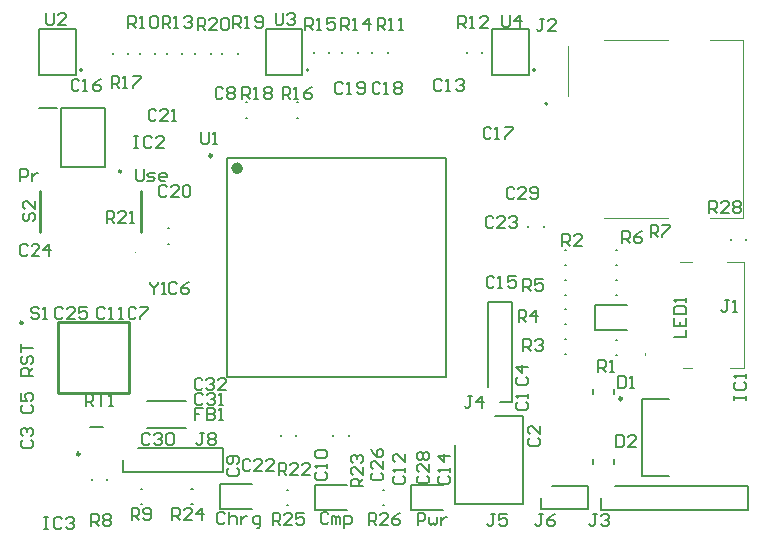
<source format=gbr>
%TF.GenerationSoftware,Altium Limited,Altium Designer,21.9.2 (33)*%
G04 Layer_Color=65535*
%FSLAX45Y45*%
%MOMM*%
%TF.SameCoordinates,8C9FB855-A7A5-4AEE-82B0-D85B10D48A85*%
%TF.FilePolarity,Positive*%
%TF.FileFunction,Legend,Top*%
%TF.Part,Single*%
G01*
G75*
%TA.AperFunction,NonConductor*%
%ADD52C,0.25400*%
%ADD53C,0.15300*%
%ADD66C,0.20000*%
%ADD67C,0.50000*%
%ADD68C,0.25000*%
%ADD69C,0.10000*%
%ADD70C,0.12700*%
D52*
X11567890Y8060100D02*
G03*
X11567890Y8060100I-12090J0D01*
G01*
X12401300Y9342300D02*
G03*
X12401300Y9342300I-8400J0D01*
G01*
X11866601Y7466198D02*
X12466599D01*
Y8066202D01*
X11866601D02*
X12466599D01*
X11866601Y7466198D02*
Y8066202D01*
X12566198Y8829299D02*
Y9179301D01*
X11716202Y8829299D02*
Y9179301D01*
D53*
X13049310Y10541816D02*
Y10641784D01*
X13099294D01*
X13115955Y10625123D01*
Y10591800D01*
X13099294Y10575139D01*
X13049310D01*
X13082632D02*
X13115955Y10541816D01*
X13215923D02*
X13149277D01*
X13215923Y10608461D01*
Y10625123D01*
X13199261Y10641784D01*
X13165939D01*
X13149277Y10625123D01*
X13249245D02*
X13265907Y10641784D01*
X13299229D01*
X13315891Y10625123D01*
Y10558478D01*
X13299229Y10541816D01*
X13265907D01*
X13249245Y10558478D01*
Y10625123D01*
X11656000Y7609900D02*
X11556032D01*
Y7659884D01*
X11572694Y7676545D01*
X11606016D01*
X11622678Y7659884D01*
Y7609900D01*
Y7643222D02*
X11656000Y7676545D01*
X11572694Y7776513D02*
X11556032Y7759852D01*
Y7726529D01*
X11572694Y7709868D01*
X11589355D01*
X11606016Y7726529D01*
Y7759852D01*
X11622678Y7776513D01*
X11639339D01*
X11656000Y7759852D01*
Y7726529D01*
X11639339Y7709868D01*
X11556032Y7809836D02*
Y7876481D01*
Y7843158D01*
X11656000D01*
X12524800Y9360868D02*
Y9277561D01*
X12541461Y9260900D01*
X12574784D01*
X12591445Y9277561D01*
Y9360868D01*
X12624768Y9260900D02*
X12674752D01*
X12691413Y9277561D01*
X12674752Y9294222D01*
X12641429D01*
X12624768Y9310884D01*
X12641429Y9327545D01*
X12691413D01*
X12774719Y9260900D02*
X12741397D01*
X12724736Y9277561D01*
Y9310884D01*
X12741397Y9327545D01*
X12774719D01*
X12791381Y9310884D01*
Y9294222D01*
X12724736D01*
X11546900Y9260900D02*
Y9360868D01*
X11596884D01*
X11613545Y9344206D01*
Y9310884D01*
X11596884Y9294222D01*
X11546900D01*
X11646868Y9327545D02*
Y9260900D01*
Y9294222D01*
X11663529Y9310884D01*
X11680190Y9327545D01*
X11696852D01*
X17380009Y8992416D02*
Y9092384D01*
X17429994D01*
X17446655Y9075723D01*
Y9042400D01*
X17429994Y9025739D01*
X17380009D01*
X17413332D02*
X17446655Y8992416D01*
X17546623D02*
X17479977D01*
X17546623Y9059061D01*
Y9075723D01*
X17529961Y9092384D01*
X17496638D01*
X17479977Y9075723D01*
X17579945D02*
X17596606Y9092384D01*
X17629929D01*
X17646590Y9075723D01*
Y9059061D01*
X17629929Y9042400D01*
X17646590Y9025739D01*
Y9009077D01*
X17629929Y8992416D01*
X17596606D01*
X17579945Y9009077D01*
Y9025739D01*
X17596606Y9042400D01*
X17579945Y9059061D01*
Y9075723D01*
X17596606Y9042400D02*
X17629929D01*
X13102438Y7123884D02*
X13069116D01*
X13085777D01*
Y7040577D01*
X13069116Y7023916D01*
X13052455D01*
X13035794Y7040577D01*
X13135760Y7107223D02*
X13152423Y7123884D01*
X13185745D01*
X13202406Y7107223D01*
Y7090561D01*
X13185745Y7073900D01*
X13202406Y7057239D01*
Y7040577D01*
X13185745Y7023916D01*
X13152423D01*
X13135760Y7040577D01*
Y7057239D01*
X13152423Y7073900D01*
X13135760Y7090561D01*
Y7107223D01*
X13152423Y7073900D02*
X13185745D01*
X15375739Y7441384D02*
X15342416D01*
X15359077D01*
Y7358077D01*
X15342416Y7341416D01*
X15325755D01*
X15309094Y7358077D01*
X15459045Y7341416D02*
Y7441384D01*
X15409061Y7391400D01*
X15475706D01*
X15765477D02*
X15748816Y7374739D01*
Y7341416D01*
X15765477Y7324755D01*
X15832123D01*
X15848784Y7341416D01*
Y7374739D01*
X15832123Y7391400D01*
X15848784Y7424723D02*
Y7458045D01*
Y7441384D01*
X15748816D01*
X15765477Y7424723D01*
X15867078Y7082638D02*
X15850417Y7065977D01*
Y7032655D01*
X15867078Y7015993D01*
X15933722D01*
X15950385Y7032655D01*
Y7065977D01*
X15933722Y7082638D01*
X15950385Y7182606D02*
Y7115961D01*
X15883739Y7182606D01*
X15867078D01*
X15850417Y7165945D01*
Y7132623D01*
X15867078Y7115961D01*
X11574477Y7069938D02*
X11557816Y7053277D01*
Y7019955D01*
X11574477Y7003293D01*
X11641122D01*
X11657784Y7019955D01*
Y7053277D01*
X11641122Y7069938D01*
X11574477Y7103261D02*
X11557816Y7119923D01*
Y7153245D01*
X11574477Y7169906D01*
X11591139D01*
X11607800Y7153245D01*
Y7136584D01*
Y7153245D01*
X11624461Y7169906D01*
X11641122D01*
X11657784Y7153245D01*
Y7119923D01*
X11641122Y7103261D01*
X11574477Y7362038D02*
X11557816Y7345377D01*
Y7312055D01*
X11574477Y7295393D01*
X11641122D01*
X11657784Y7312055D01*
Y7345377D01*
X11641122Y7362038D01*
X11557816Y7462006D02*
Y7395361D01*
X11607800D01*
X11591139Y7428684D01*
Y7445345D01*
X11607800Y7462006D01*
X11641122D01*
X11657784Y7445345D01*
Y7412023D01*
X11641122Y7395361D01*
X15765477Y7603338D02*
X15748816Y7586677D01*
Y7553355D01*
X15765477Y7536693D01*
X15832121D01*
X15848784Y7553355D01*
Y7586677D01*
X15832121Y7603338D01*
X15848784Y7686645D02*
X15748816D01*
X15798801Y7636661D01*
Y7703306D01*
X12873839Y8389923D02*
X12857178Y8406584D01*
X12823856D01*
X12807195Y8389923D01*
Y8323277D01*
X12823856Y8306616D01*
X12857178D01*
X12873839Y8323277D01*
X12973807Y8406584D02*
X12940485Y8389923D01*
X12907161Y8356600D01*
Y8323277D01*
X12923824Y8306616D01*
X12957146D01*
X12973807Y8323277D01*
Y8339939D01*
X12957146Y8356600D01*
X12907161D01*
X12530939Y8174023D02*
X12514277Y8190684D01*
X12480955D01*
X12464294Y8174023D01*
Y8107377D01*
X12480955Y8090716D01*
X12514277D01*
X12530939Y8107377D01*
X12564261Y8190684D02*
X12630906D01*
Y8174023D01*
X12564261Y8107377D01*
Y8090716D01*
X13314377Y6828638D02*
X13297716Y6811977D01*
Y6778655D01*
X13314377Y6761993D01*
X13381023D01*
X13397684Y6778655D01*
Y6811977D01*
X13381023Y6828638D01*
Y6861961D02*
X13397684Y6878623D01*
Y6911945D01*
X13381023Y6928606D01*
X13314377D01*
X13297716Y6911945D01*
Y6878623D01*
X13314377Y6861961D01*
X13331039D01*
X13347701Y6878623D01*
Y6928606D01*
X12264647Y8174023D02*
X12247986Y8190684D01*
X12214663D01*
X12198002Y8174023D01*
Y8107377D01*
X12214663Y8090716D01*
X12247986D01*
X12264647Y8107377D01*
X12297970Y8090716D02*
X12331292D01*
X12314631D01*
Y8190684D01*
X12297970Y8174023D01*
X12381276Y8090716D02*
X12414598D01*
X12397937D01*
Y8190684D01*
X12381276Y8174023D01*
X14063676Y6799685D02*
X14047015Y6783024D01*
Y6749702D01*
X14063676Y6733040D01*
X14130322D01*
X14146983Y6749702D01*
Y6783024D01*
X14130322Y6799685D01*
X14146983Y6833008D02*
Y6866331D01*
Y6849670D01*
X14047015D01*
X14063676Y6833008D01*
Y6916315D02*
X14047015Y6932976D01*
Y6966298D01*
X14063676Y6982960D01*
X14130322D01*
X14146983Y6966298D01*
Y6932976D01*
X14130322Y6916315D01*
X14063676D01*
X12048682Y10105696D02*
X12032020Y10122358D01*
X11998698D01*
X11982036Y10105696D01*
Y10039051D01*
X11998698Y10022390D01*
X12032020D01*
X12048682Y10039051D01*
X12082004Y10022390D02*
X12115327D01*
X12098666D01*
Y10122358D01*
X12082004Y10105696D01*
X12231956Y10122358D02*
X12198633Y10105696D01*
X12165311Y10072374D01*
Y10039051D01*
X12181972Y10022390D01*
X12215295D01*
X12231956Y10039051D01*
Y10055712D01*
X12215295Y10072374D01*
X12165311D01*
X14724077Y6761585D02*
X14707416Y6744924D01*
Y6711602D01*
X14724077Y6694940D01*
X14790723D01*
X14807384Y6711602D01*
Y6744924D01*
X14790723Y6761585D01*
X14807384Y6794908D02*
Y6828231D01*
Y6811570D01*
X14707416D01*
X14724077Y6794908D01*
X14807384Y6944860D02*
Y6878215D01*
X14740738Y6944860D01*
X14724077D01*
X14707416Y6928198D01*
Y6894876D01*
X14724077Y6878215D01*
X15105077Y6761585D02*
X15088416Y6744924D01*
Y6711602D01*
X15105077Y6694940D01*
X15171722D01*
X15188383Y6711602D01*
Y6744924D01*
X15171722Y6761585D01*
X15188383Y6794908D02*
Y6828231D01*
Y6811570D01*
X15088416D01*
X15105077Y6794908D01*
X15188383Y6928198D02*
X15088416D01*
X15138399Y6878215D01*
Y6944860D01*
X15562685Y8440723D02*
X15546024Y8457384D01*
X15512701D01*
X15496040Y8440723D01*
Y8374077D01*
X15512701Y8357416D01*
X15546024D01*
X15562685Y8374077D01*
X15596008Y8357416D02*
X15629330D01*
X15612669D01*
Y8457384D01*
X15596008Y8440723D01*
X15745959Y8457384D02*
X15679315D01*
Y8407400D01*
X15712637Y8424061D01*
X15729298D01*
X15745959Y8407400D01*
Y8374077D01*
X15729298Y8357416D01*
X15695976D01*
X15679315Y8374077D01*
X15537285Y9698023D02*
X15520624Y9714684D01*
X15487302D01*
X15470641Y9698023D01*
Y9631377D01*
X15487302Y9614716D01*
X15520624D01*
X15537285Y9631377D01*
X15570609Y9614716D02*
X15603931D01*
X15587270D01*
Y9714684D01*
X15570609Y9698023D01*
X15653915Y9714684D02*
X15720560D01*
Y9698023D01*
X15653915Y9631377D01*
Y9614716D01*
X14597485Y10079023D02*
X14580824Y10095684D01*
X14547502D01*
X14530840Y10079023D01*
Y10012377D01*
X14547502Y9995716D01*
X14580824D01*
X14597485Y10012377D01*
X14630807Y9995716D02*
X14664131D01*
X14647470D01*
Y10095684D01*
X14630807Y10079023D01*
X14714114D02*
X14730775Y10095684D01*
X14764098D01*
X14780760Y10079023D01*
Y10062361D01*
X14764098Y10045700D01*
X14780760Y10029039D01*
Y10012377D01*
X14764098Y9995716D01*
X14730775D01*
X14714114Y10012377D01*
Y10029039D01*
X14730775Y10045700D01*
X14714114Y10062361D01*
Y10079023D01*
X14730775Y10045700D02*
X14764098D01*
X14279985Y10079023D02*
X14263324Y10095684D01*
X14230002D01*
X14213341Y10079023D01*
Y10012377D01*
X14230002Y9995716D01*
X14263324D01*
X14279985Y10012377D01*
X14313309Y9995716D02*
X14346631D01*
X14329970D01*
Y10095684D01*
X14313309Y10079023D01*
X14396616Y10012377D02*
X14413277Y9995716D01*
X14446597D01*
X14463260Y10012377D01*
Y10079023D01*
X14446597Y10095684D01*
X14413277D01*
X14396616Y10079023D01*
Y10062361D01*
X14413277Y10045700D01*
X14463260D01*
X13496954Y6891323D02*
X13480293Y6907984D01*
X13446971D01*
X13430310Y6891323D01*
Y6824677D01*
X13446971Y6808016D01*
X13480293D01*
X13496954Y6824677D01*
X13596922Y6808016D02*
X13530276D01*
X13596922Y6874661D01*
Y6891323D01*
X13580261Y6907984D01*
X13546939D01*
X13530276Y6891323D01*
X13696890Y6808016D02*
X13630244D01*
X13696890Y6874661D01*
Y6891323D01*
X13680229Y6907984D01*
X13646907D01*
X13630244Y6891323D01*
X12700816Y9850423D02*
X12684155Y9867084D01*
X12650832D01*
X12634171Y9850423D01*
Y9783777D01*
X12650832Y9767116D01*
X12684155D01*
X12700816Y9783777D01*
X12800784Y9767116D02*
X12734139D01*
X12800784Y9833761D01*
Y9850423D01*
X12784123Y9867084D01*
X12750800D01*
X12734139Y9850423D01*
X12834106Y9767116D02*
X12867429D01*
X12850768D01*
Y9867084D01*
X12834106Y9850423D01*
X15554355Y8948723D02*
X15537694Y8965384D01*
X15504372D01*
X15487711Y8948723D01*
Y8882077D01*
X15504372Y8865416D01*
X15537694D01*
X15554355Y8882077D01*
X15654323Y8865416D02*
X15587677D01*
X15654323Y8932061D01*
Y8948723D01*
X15637662Y8965384D01*
X15604340D01*
X15587677Y8948723D01*
X15687645D02*
X15704308Y8965384D01*
X15737630D01*
X15754289Y8948723D01*
Y8932061D01*
X15737630Y8915400D01*
X15720969D01*
X15737630D01*
X15754289Y8898739D01*
Y8882077D01*
X15737630Y8865416D01*
X15704308D01*
X15687645Y8882077D01*
X11609956Y8707423D02*
X11593295Y8724084D01*
X11559972D01*
X11543311Y8707423D01*
Y8640777D01*
X11559972Y8624116D01*
X11593295D01*
X11609956Y8640777D01*
X11709924Y8624116D02*
X11643279D01*
X11709924Y8690761D01*
Y8707423D01*
X11693263Y8724084D01*
X11659940D01*
X11643279Y8707423D01*
X11793230Y8624116D02*
Y8724084D01*
X11743247Y8674100D01*
X11809892D01*
X11909455Y8174023D02*
X11892794Y8190684D01*
X11859471D01*
X11842810Y8174023D01*
Y8107377D01*
X11859471Y8090716D01*
X11892794D01*
X11909455Y8107377D01*
X12009423Y8090716D02*
X11942777D01*
X12009423Y8157361D01*
Y8174023D01*
X11992761Y8190684D01*
X11959439D01*
X11942777Y8174023D01*
X12109390Y8190684D02*
X12042745D01*
Y8140700D01*
X12076068Y8157361D01*
X12092729D01*
X12109390Y8140700D01*
Y8107377D01*
X12092729Y8090716D01*
X12059407D01*
X12042745Y8107377D01*
X14927277Y6765955D02*
X14910616Y6749294D01*
Y6715971D01*
X14927277Y6699310D01*
X14993922D01*
X15010583Y6715971D01*
Y6749294D01*
X14993922Y6765955D01*
X15010583Y6865923D02*
Y6799277D01*
X14943938Y6865923D01*
X14927277D01*
X14910616Y6849261D01*
Y6815939D01*
X14927277Y6799277D01*
Y6899245D02*
X14910616Y6915907D01*
Y6949229D01*
X14927277Y6965890D01*
X14943938D01*
X14960599Y6949229D01*
X14977261Y6965890D01*
X14993922D01*
X15010583Y6949229D01*
Y6915907D01*
X14993922Y6899245D01*
X14977261D01*
X14960599Y6915907D01*
X14943938Y6899245D01*
X14927277D01*
X14960599Y6915907D02*
Y6949229D01*
X15732155Y9190023D02*
X15715494Y9206684D01*
X15682172D01*
X15665511Y9190023D01*
Y9123377D01*
X15682172Y9106716D01*
X15715494D01*
X15732155Y9123377D01*
X15832123Y9106716D02*
X15765477D01*
X15832123Y9173361D01*
Y9190023D01*
X15815462Y9206684D01*
X15782140D01*
X15765477Y9190023D01*
X15865445Y9123377D02*
X15882108Y9106716D01*
X15915430D01*
X15932091Y9123377D01*
Y9190023D01*
X15915430Y9206684D01*
X15882108D01*
X15865445Y9190023D01*
Y9173361D01*
X15882108Y9156700D01*
X15932091D01*
X12646055Y7107223D02*
X12629394Y7123884D01*
X12596071D01*
X12579410Y7107223D01*
Y7040577D01*
X12596071Y7023916D01*
X12629394D01*
X12646055Y7040577D01*
X12679377Y7107223D02*
X12696039Y7123884D01*
X12729361D01*
X12746023Y7107223D01*
Y7090561D01*
X12729361Y7073900D01*
X12712700D01*
X12729361D01*
X12746023Y7057239D01*
Y7040577D01*
X12729361Y7023916D01*
X12696039D01*
X12679377Y7040577D01*
X12779345Y7107223D02*
X12796007Y7123884D01*
X12829329D01*
X12845990Y7107223D01*
Y7040577D01*
X12829329Y7023916D01*
X12796007D01*
X12779345Y7040577D01*
Y7107223D01*
X13094516Y7450123D02*
X13077855Y7466784D01*
X13044531D01*
X13027872Y7450123D01*
Y7383477D01*
X13044531Y7366816D01*
X13077855D01*
X13094516Y7383477D01*
X13127840Y7450123D02*
X13144501Y7466784D01*
X13177823D01*
X13194484Y7450123D01*
Y7433461D01*
X13177823Y7416800D01*
X13161160D01*
X13177823D01*
X13194484Y7400139D01*
Y7383477D01*
X13177823Y7366816D01*
X13144501D01*
X13127840Y7383477D01*
X13227808Y7366816D02*
X13261130D01*
X13244469D01*
Y7466784D01*
X13227808Y7450123D01*
X13090555Y7577123D02*
X13073894Y7593784D01*
X13040572D01*
X13023911Y7577123D01*
Y7510477D01*
X13040572Y7493816D01*
X13073894D01*
X13090555Y7510477D01*
X13123877Y7577123D02*
X13140540Y7593784D01*
X13173862D01*
X13190523Y7577123D01*
Y7560461D01*
X13173862Y7543800D01*
X13157201D01*
X13173862D01*
X13190523Y7527139D01*
Y7510477D01*
X13173862Y7493816D01*
X13140540D01*
X13123877Y7510477D01*
X13290491Y7493816D02*
X13223845D01*
X13290491Y7560461D01*
Y7577123D01*
X13273830Y7593784D01*
X13240508D01*
X13223845Y7577123D01*
X16608455Y7606484D02*
Y7506516D01*
X16658440D01*
X16675101Y7523177D01*
Y7589823D01*
X16658440Y7606484D01*
X16608455D01*
X16708423Y7506516D02*
X16741745D01*
X16725084D01*
Y7606484D01*
X16708423Y7589823D01*
X16591794Y7111184D02*
Y7011216D01*
X16641777D01*
X16658440Y7027877D01*
Y7094523D01*
X16641777Y7111184D01*
X16591794D01*
X16758406Y7011216D02*
X16691760D01*
X16758406Y7077861D01*
Y7094523D01*
X16741745Y7111184D01*
X16708423D01*
X16691760Y7094523D01*
X13094516Y7339784D02*
X13027872D01*
Y7289800D01*
X13061194D01*
X13027872D01*
Y7239816D01*
X13127840Y7339784D02*
Y7239816D01*
X13177823D01*
X13194484Y7256477D01*
Y7273139D01*
X13177823Y7289800D01*
X13127840D01*
X13177823D01*
X13194484Y7306461D01*
Y7323123D01*
X13177823Y7339784D01*
X13127840D01*
X13227808Y7239816D02*
X13261130D01*
X13244469D01*
Y7339784D01*
X13227808Y7323123D01*
X17590315Y7410102D02*
Y7443424D01*
Y7426763D01*
X17690285D01*
Y7410102D01*
Y7443424D01*
X17606976Y7560053D02*
X17590315Y7543392D01*
Y7510070D01*
X17606976Y7493408D01*
X17673624D01*
X17690285Y7510070D01*
Y7543392D01*
X17673624Y7560053D01*
X17690285Y7593376D02*
Y7626698D01*
Y7610037D01*
X17590315D01*
X17606976Y7593376D01*
X12511540Y9638484D02*
X12544863D01*
X12528202D01*
Y9538516D01*
X12511540D01*
X12544863D01*
X12661492Y9621823D02*
X12644831Y9638484D01*
X12611508D01*
X12594847Y9621823D01*
Y9555177D01*
X12611508Y9538516D01*
X12644831D01*
X12661492Y9555177D01*
X12761460Y9538516D02*
X12694815D01*
X12761460Y9605161D01*
Y9621823D01*
X12744798Y9638484D01*
X12711476D01*
X12694815Y9621823D01*
X15985339Y10629084D02*
X15952016D01*
X15968677D01*
Y10545777D01*
X15952016Y10529116D01*
X15935355D01*
X15918694Y10545777D01*
X16085306Y10529116D02*
X16018661D01*
X16085306Y10595761D01*
Y10612423D01*
X16068645Y10629084D01*
X16035323D01*
X16018661Y10612423D01*
X16429839Y6438084D02*
X16396516D01*
X16413177D01*
Y6354777D01*
X16396516Y6338116D01*
X16379855D01*
X16363194Y6354777D01*
X16463161Y6421423D02*
X16479823Y6438084D01*
X16513145D01*
X16529807Y6421423D01*
Y6404761D01*
X16513145Y6388100D01*
X16496484D01*
X16513145D01*
X16529807Y6371439D01*
Y6354777D01*
X16513145Y6338116D01*
X16479823D01*
X16463161Y6354777D01*
X15566238Y6438084D02*
X15532916D01*
X15549577D01*
Y6354777D01*
X15532916Y6338116D01*
X15516255D01*
X15499594Y6354777D01*
X15666206Y6438084D02*
X15599561D01*
Y6388100D01*
X15632884Y6404761D01*
X15649545D01*
X15666206Y6388100D01*
Y6354777D01*
X15649545Y6338116D01*
X15616223D01*
X15599561Y6354777D01*
X17082317Y7935987D02*
X17182285D01*
Y8002632D01*
X17082317Y8102600D02*
Y8035955D01*
X17182285D01*
Y8102600D01*
X17132300Y8035955D02*
Y8069277D01*
X17082317Y8135923D02*
X17182285D01*
Y8185907D01*
X17165623Y8202568D01*
X17098978D01*
X17082317Y8185907D01*
Y8135923D01*
X17182285Y8235891D02*
Y8269213D01*
Y8252552D01*
X17082317D01*
X17098978Y8235891D01*
X13281871Y6438084D02*
X13265210Y6454745D01*
X13231886D01*
X13215227Y6438084D01*
Y6371439D01*
X13231886Y6354777D01*
X13265210D01*
X13281871Y6371439D01*
X13315195Y6454745D02*
Y6354777D01*
Y6404761D01*
X13331854Y6421423D01*
X13365176D01*
X13381839Y6404761D01*
Y6354777D01*
X13415161Y6421423D02*
Y6354777D01*
Y6388100D01*
X13431824Y6404761D01*
X13448483Y6421423D01*
X13465144D01*
X13548453Y6321455D02*
X13565112D01*
X13581773Y6338116D01*
Y6421423D01*
X13531792D01*
X13515129Y6404761D01*
Y6371439D01*
X13531792Y6354777D01*
X13581773D01*
X14911839Y6350816D02*
Y6450784D01*
X14961824D01*
X14978485Y6434123D01*
Y6400800D01*
X14961824Y6384139D01*
X14911839D01*
X15011807Y6417461D02*
Y6367477D01*
X15028470Y6350816D01*
X15045131Y6367477D01*
X15061792Y6350816D01*
X15078453Y6367477D01*
Y6417461D01*
X15111777D02*
Y6350816D01*
Y6384139D01*
X15128436Y6400800D01*
X15145097Y6417461D01*
X15161760D01*
X16443355Y7646216D02*
Y7746184D01*
X16493340D01*
X16510001Y7729523D01*
Y7696200D01*
X16493340Y7679539D01*
X16443355D01*
X16476677D02*
X16510001Y7646216D01*
X16543323D02*
X16576645D01*
X16559984D01*
Y7746184D01*
X16543323Y7729523D01*
X16134595Y8713016D02*
Y8812984D01*
X16184576D01*
X16201239Y8796323D01*
Y8763000D01*
X16184576Y8746339D01*
X16134595D01*
X16167915D02*
X16201239Y8713016D01*
X16301205D02*
X16234561D01*
X16301205Y8779661D01*
Y8796323D01*
X16284544Y8812984D01*
X16251224D01*
X16234561Y8796323D01*
X15804395Y7824016D02*
Y7923984D01*
X15854378D01*
X15871039Y7907323D01*
Y7874000D01*
X15854378Y7857339D01*
X15804395D01*
X15837717D02*
X15871039Y7824016D01*
X15904361Y7907323D02*
X15921024Y7923984D01*
X15954346D01*
X15971005Y7907323D01*
Y7890661D01*
X15954346Y7874000D01*
X15937685D01*
X15954346D01*
X15971005Y7857339D01*
Y7840677D01*
X15954346Y7824016D01*
X15921024D01*
X15904361Y7840677D01*
X15766293Y8065316D02*
Y8165284D01*
X15816277D01*
X15832939Y8148623D01*
Y8115300D01*
X15816277Y8098639D01*
X15766293D01*
X15799615D02*
X15832939Y8065316D01*
X15916245D02*
Y8165284D01*
X15866261Y8115300D01*
X15932906D01*
X15804395Y8332016D02*
Y8431984D01*
X15854378D01*
X15871039Y8415323D01*
Y8382000D01*
X15854378Y8365339D01*
X15804395D01*
X15837717D02*
X15871039Y8332016D01*
X15971005Y8431984D02*
X15904361D01*
Y8382000D01*
X15937685Y8398661D01*
X15954346D01*
X15971005Y8382000D01*
Y8348677D01*
X15954346Y8332016D01*
X15921024D01*
X15904361Y8348677D01*
X16642593Y8738416D02*
Y8838384D01*
X16692577D01*
X16709239Y8821723D01*
Y8788400D01*
X16692577Y8771739D01*
X16642593D01*
X16675916D02*
X16709239Y8738416D01*
X16809206Y8838384D02*
X16775883Y8821723D01*
X16742561Y8788400D01*
Y8755077D01*
X16759222Y8738416D01*
X16792545D01*
X16809206Y8755077D01*
Y8771739D01*
X16792545Y8788400D01*
X16742561D01*
X16883894Y8789216D02*
Y8889184D01*
X16933878D01*
X16950539Y8872523D01*
Y8839200D01*
X16933878Y8822539D01*
X16883894D01*
X16917216D02*
X16950539Y8789216D01*
X16983861Y8889184D02*
X17050507D01*
Y8872523D01*
X16983861Y8805877D01*
Y8789216D01*
X12146794Y6338116D02*
Y6438084D01*
X12196777D01*
X12213439Y6421423D01*
Y6388100D01*
X12196777Y6371439D01*
X12146794D01*
X12180116D02*
X12213439Y6338116D01*
X12246761Y6421423D02*
X12263423Y6438084D01*
X12296745D01*
X12313406Y6421423D01*
Y6404761D01*
X12296745Y6388100D01*
X12313406Y6371439D01*
Y6354777D01*
X12296745Y6338116D01*
X12263423D01*
X12246761Y6354777D01*
Y6371439D01*
X12263423Y6388100D01*
X12246761Y6404761D01*
Y6421423D01*
X12263423Y6388100D02*
X12296745D01*
X12489694Y6388916D02*
Y6488884D01*
X12539677D01*
X12556339Y6472223D01*
Y6438900D01*
X12539677Y6422239D01*
X12489694D01*
X12523016D02*
X12556339Y6388916D01*
X12589661Y6405577D02*
X12606323Y6388916D01*
X12639645D01*
X12656306Y6405577D01*
Y6472223D01*
X12639645Y6488884D01*
X12606323D01*
X12589661Y6472223D01*
Y6455561D01*
X12606323Y6438900D01*
X12656306D01*
X14572902Y10541816D02*
Y10641784D01*
X14622887D01*
X14639548Y10625123D01*
Y10591800D01*
X14622887Y10575139D01*
X14572902D01*
X14606224D02*
X14639548Y10541816D01*
X14672870D02*
X14706192D01*
X14689531D01*
Y10641784D01*
X14672870Y10625123D01*
X14756177Y10541816D02*
X14789497D01*
X14772836D01*
Y10641784D01*
X14756177Y10625123D01*
X12460740Y10554516D02*
Y10654484D01*
X12510724D01*
X12527385Y10637823D01*
Y10604500D01*
X12510724Y10587839D01*
X12460740D01*
X12494063D02*
X12527385Y10554516D01*
X12560708D02*
X12594031D01*
X12577370D01*
Y10654484D01*
X12560708Y10637823D01*
X12644015D02*
X12660676Y10654484D01*
X12693998D01*
X12710660Y10637823D01*
Y10571177D01*
X12693998Y10554516D01*
X12660676D01*
X12644015Y10571177D01*
Y10637823D01*
X15254739Y10554516D02*
Y10654484D01*
X15304724D01*
X15321385Y10637823D01*
Y10604500D01*
X15304724Y10587839D01*
X15254739D01*
X15288063D02*
X15321385Y10554516D01*
X15354707D02*
X15388031D01*
X15371370D01*
Y10654484D01*
X15354707Y10637823D01*
X15504660Y10554516D02*
X15438016D01*
X15504660Y10621161D01*
Y10637823D01*
X15487997Y10654484D01*
X15454675D01*
X15438016Y10637823D01*
X13425940Y9957616D02*
Y10057584D01*
X13475925D01*
X13492586Y10040923D01*
Y10007600D01*
X13475925Y9990939D01*
X13425940D01*
X13459264D02*
X13492586Y9957616D01*
X13525908D02*
X13559232D01*
X13542570D01*
Y10057584D01*
X13525908Y10040923D01*
X13609215D02*
X13625876Y10057584D01*
X13659198D01*
X13675861Y10040923D01*
Y10024261D01*
X13659198Y10007600D01*
X13675861Y9990939D01*
Y9974277D01*
X13659198Y9957616D01*
X13625876D01*
X13609215Y9974277D01*
Y9990939D01*
X13625876Y10007600D01*
X13609215Y10024261D01*
Y10040923D01*
X13625876Y10007600D02*
X13659198D01*
X14264140Y10541816D02*
Y10641784D01*
X14314124D01*
X14330785Y10625123D01*
Y10591800D01*
X14314124Y10575139D01*
X14264140D01*
X14297462D02*
X14330785Y10541816D01*
X14364108D02*
X14397430D01*
X14380769D01*
Y10641784D01*
X14364108Y10625123D01*
X14497398Y10541816D02*
Y10641784D01*
X14447415Y10591800D01*
X14514059D01*
X13735110Y6769916D02*
Y6869884D01*
X13785094D01*
X13801755Y6853223D01*
Y6819900D01*
X13785094Y6803239D01*
X13735110D01*
X13768433D02*
X13801755Y6769916D01*
X13901723D02*
X13835077D01*
X13901723Y6836561D01*
Y6853223D01*
X13885062Y6869884D01*
X13851740D01*
X13835077Y6853223D01*
X14001691Y6769916D02*
X13935045D01*
X14001691Y6836561D01*
Y6853223D01*
X13985030Y6869884D01*
X13951707D01*
X13935045Y6853223D01*
X11709400Y8174023D02*
X11692739Y8190684D01*
X11659416D01*
X11642755Y8174023D01*
Y8157361D01*
X11659416Y8140700D01*
X11692739D01*
X11709400Y8124039D01*
Y8107377D01*
X11692739Y8090716D01*
X11659416D01*
X11642755Y8107377D01*
X11742723Y8090716D02*
X11776045D01*
X11759384D01*
Y8190684D01*
X11742723Y8174023D01*
X13080775Y9671125D02*
Y9587818D01*
X13097437Y9571157D01*
X13130759D01*
X13147420Y9587818D01*
Y9671125D01*
X13180743Y9571157D02*
X13214066D01*
X13197404D01*
Y9671125D01*
X13180743Y9654463D01*
X11765794Y10679884D02*
Y10596577D01*
X11782455Y10579916D01*
X11815777D01*
X11832439Y10596577D01*
Y10679884D01*
X11932406Y10579916D02*
X11865761D01*
X11932406Y10646561D01*
Y10663223D01*
X11915745Y10679884D01*
X11882423D01*
X11865761Y10663223D01*
X12646055Y8406584D02*
Y8389923D01*
X12679377Y8356600D01*
X12712700Y8389923D01*
Y8406584D01*
X12679377Y8356600D02*
Y8306616D01*
X12746023D02*
X12779345D01*
X12762684D01*
Y8406584D01*
X12746023Y8389923D01*
X13267538Y9974277D02*
X13250877Y9957616D01*
X13217555D01*
X13200894Y9974277D01*
Y10040922D01*
X13217555Y10057583D01*
X13250877D01*
X13267538Y10040922D01*
X13300861Y9974277D02*
X13317523Y9957616D01*
X13350845D01*
X13367506Y9974277D01*
Y9990938D01*
X13350845Y10007599D01*
X13367506Y10024261D01*
Y10040922D01*
X13350845Y10057583D01*
X13317523D01*
X13300861Y10040922D01*
Y10024261D01*
X13317523Y10007599D01*
X13300861Y9990938D01*
Y9974277D01*
X13317523Y10007599D02*
X13350845D01*
X15118185Y10104423D02*
X15101524Y10121084D01*
X15068202D01*
X15051540Y10104423D01*
Y10037777D01*
X15068202Y10021116D01*
X15101524D01*
X15118185Y10037777D01*
X15151508Y10021116D02*
X15184831D01*
X15168170D01*
Y10121084D01*
X15151508Y10104423D01*
X15234814D02*
X15251476Y10121084D01*
X15284798D01*
X15301460Y10104423D01*
Y10087761D01*
X15284798Y10071100D01*
X15268137D01*
X15284798D01*
X15301460Y10054439D01*
Y10037777D01*
X15284798Y10021116D01*
X15251476D01*
X15234814Y10037777D01*
X12788675Y9209963D02*
X12772014Y9226625D01*
X12738691D01*
X12722030Y9209963D01*
Y9143318D01*
X12738691Y9126657D01*
X12772014D01*
X12788675Y9143318D01*
X12888641Y9126657D02*
X12821997D01*
X12888641Y9193302D01*
Y9209963D01*
X12871980Y9226625D01*
X12838660D01*
X12821997Y9209963D01*
X12921965D02*
X12938628Y9226625D01*
X12971948D01*
X12988609Y9209963D01*
Y9143318D01*
X12971948Y9126657D01*
X12938628D01*
X12921965Y9143318D01*
Y9209963D01*
X14533577Y6791355D02*
X14516916Y6774694D01*
Y6741371D01*
X14533577Y6724710D01*
X14600221D01*
X14616882Y6741371D01*
Y6774694D01*
X14600221Y6791355D01*
X14616882Y6891323D02*
Y6824677D01*
X14550238Y6891323D01*
X14533577D01*
X14516916Y6874661D01*
Y6841339D01*
X14533577Y6824677D01*
X14516916Y6991290D02*
X14533577Y6957968D01*
X14566899Y6924645D01*
X14600221D01*
X14616882Y6941307D01*
Y6974629D01*
X14600221Y6991290D01*
X14583562D01*
X14566899Y6974629D01*
Y6924645D01*
X15972639Y6438084D02*
X15939316D01*
X15955977D01*
Y6354777D01*
X15939316Y6338116D01*
X15922655D01*
X15905994Y6354777D01*
X16072606Y6438084D02*
X16039284Y6421423D01*
X16005962Y6388100D01*
Y6354777D01*
X16022623Y6338116D01*
X16055945D01*
X16072606Y6354777D01*
Y6371439D01*
X16055945Y6388100D01*
X16005962D01*
X12752840Y10554516D02*
Y10654484D01*
X12802824D01*
X12819485Y10637823D01*
Y10604500D01*
X12802824Y10587839D01*
X12752840D01*
X12786163D02*
X12819485Y10554516D01*
X12852808D02*
X12886131D01*
X12869470D01*
Y10654484D01*
X12852808Y10637823D01*
X12936115D02*
X12952776Y10654484D01*
X12986098D01*
X13002760Y10637823D01*
Y10621161D01*
X12986098Y10604500D01*
X12969437D01*
X12986098D01*
X13002760Y10587839D01*
Y10571177D01*
X12986098Y10554516D01*
X12952776D01*
X12936115Y10571177D01*
X13959340Y10541816D02*
Y10641784D01*
X14009325D01*
X14025986Y10625123D01*
Y10591800D01*
X14009325Y10575139D01*
X13959340D01*
X13992664D02*
X14025986Y10541816D01*
X14059308D02*
X14092632D01*
X14075970D01*
Y10641784D01*
X14059308Y10625123D01*
X14209261Y10641784D02*
X14142615D01*
Y10591800D01*
X14175937Y10608461D01*
X14192598D01*
X14209261Y10591800D01*
Y10558477D01*
X14192598Y10541816D01*
X14159276D01*
X14142615Y10558477D01*
X13768840Y9957616D02*
Y10057584D01*
X13818823D01*
X13835484Y10040923D01*
Y10007600D01*
X13818823Y9990939D01*
X13768840D01*
X13802164D02*
X13835484Y9957616D01*
X13868808D02*
X13902132D01*
X13885471D01*
Y10057584D01*
X13868808Y10040923D01*
X14018761Y10057584D02*
X13985437Y10040923D01*
X13952115Y10007600D01*
Y9974277D01*
X13968776Y9957616D01*
X14002098D01*
X14018761Y9974277D01*
Y9990939D01*
X14002098Y10007600D01*
X13952115D01*
X12321040Y10046516D02*
Y10146484D01*
X12371024D01*
X12387685Y10129823D01*
Y10096500D01*
X12371024Y10079839D01*
X12321040D01*
X12354363D02*
X12387685Y10046516D01*
X12421008D02*
X12454331D01*
X12437670D01*
Y10146484D01*
X12421008Y10129823D01*
X12504315Y10146484D02*
X12570960D01*
Y10129823D01*
X12504315Y10063177D01*
Y10046516D01*
X13349741Y10554516D02*
Y10654484D01*
X13399724D01*
X13416385Y10637823D01*
Y10604500D01*
X13399724Y10587839D01*
X13349741D01*
X13383063D02*
X13416385Y10554516D01*
X13449709D02*
X13483031D01*
X13466370D01*
Y10654484D01*
X13449709Y10637823D01*
X13533015Y10571177D02*
X13549677Y10554516D01*
X13582999D01*
X13599660Y10571177D01*
Y10637823D01*
X13582999Y10654484D01*
X13549677D01*
X13533015Y10637823D01*
Y10621161D01*
X13549677Y10604500D01*
X13599660D01*
X12278571Y8903516D02*
Y9003484D01*
X12328555D01*
X12345216Y8986823D01*
Y8953500D01*
X12328555Y8936839D01*
X12278571D01*
X12311894D02*
X12345216Y8903516D01*
X12445184D02*
X12378539D01*
X12445184Y8970161D01*
Y8986823D01*
X12428523Y9003484D01*
X12395200D01*
X12378539Y8986823D01*
X12478507Y8903516D02*
X12511829D01*
X12495168D01*
Y9003484D01*
X12478507Y8986823D01*
X14451784Y6673910D02*
X14351816D01*
Y6723894D01*
X14368477Y6740555D01*
X14401799D01*
X14418462Y6723894D01*
Y6673910D01*
Y6707232D02*
X14451784Y6740555D01*
Y6840523D02*
Y6773877D01*
X14385138Y6840523D01*
X14368477D01*
X14351816Y6823861D01*
Y6790539D01*
X14368477Y6773877D01*
Y6873845D02*
X14351816Y6890507D01*
Y6923829D01*
X14368477Y6940490D01*
X14385138D01*
X14401799Y6923829D01*
Y6907168D01*
Y6923829D01*
X14418462Y6940490D01*
X14435123D01*
X14451784Y6923829D01*
Y6890507D01*
X14435123Y6873845D01*
X11587177Y8987638D02*
X11570516Y8970977D01*
Y8937655D01*
X11587177Y8920993D01*
X11603839D01*
X11620500Y8937655D01*
Y8970977D01*
X11637161Y8987638D01*
X11653822D01*
X11670484Y8970977D01*
Y8937655D01*
X11653822Y8920993D01*
X11670484Y9087606D02*
Y9020961D01*
X11603839Y9087606D01*
X11587177D01*
X11570516Y9070945D01*
Y9037623D01*
X11587177Y9020961D01*
X15626595Y10667184D02*
Y10583877D01*
X15643256Y10567216D01*
X15676578D01*
X15693239Y10583877D01*
Y10667184D01*
X15776546Y10567216D02*
Y10667184D01*
X15726561Y10617200D01*
X15793205D01*
X17551401Y8254184D02*
X17518077D01*
X17534740D01*
Y8170877D01*
X17518077Y8154216D01*
X17501416D01*
X17484755Y8170877D01*
X17584723Y8154216D02*
X17618045D01*
X17601384D01*
Y8254184D01*
X17584723Y8237523D01*
X13708894Y10679884D02*
Y10596577D01*
X13725555Y10579916D01*
X13758878D01*
X13775539Y10596577D01*
Y10679884D01*
X13808861Y10663223D02*
X13825523Y10679884D01*
X13858846D01*
X13875507Y10663223D01*
Y10646561D01*
X13858846Y10629900D01*
X13842184D01*
X13858846D01*
X13875507Y10613239D01*
Y10596577D01*
X13858846Y10579916D01*
X13825523D01*
X13808861Y10596577D01*
X11749540Y6412684D02*
X11782863D01*
X11766202D01*
Y6312716D01*
X11749540D01*
X11782863D01*
X11899492Y6396023D02*
X11882831Y6412684D01*
X11849508D01*
X11832847Y6396023D01*
Y6329377D01*
X11849508Y6312716D01*
X11882831D01*
X11899492Y6329377D01*
X11932815Y6396023D02*
X11949476Y6412684D01*
X11982798D01*
X11999460Y6396023D01*
Y6379361D01*
X11982798Y6362700D01*
X11966137D01*
X11982798D01*
X11999460Y6346039D01*
Y6329377D01*
X11982798Y6312716D01*
X11949476D01*
X11932815Y6329377D01*
X14157355Y6438084D02*
X14140694Y6454745D01*
X14107372D01*
X14090710Y6438084D01*
Y6371439D01*
X14107372Y6354777D01*
X14140694D01*
X14157355Y6371439D01*
X14190677Y6354777D02*
Y6421423D01*
X14207339D01*
X14224001Y6404761D01*
Y6354777D01*
Y6404761D01*
X14240662Y6421423D01*
X14257323Y6404761D01*
Y6354777D01*
X14290645Y6321455D02*
Y6421423D01*
X14340630D01*
X14357291Y6404761D01*
Y6371439D01*
X14340630Y6354777D01*
X14290645D01*
X12833411Y6388916D02*
Y6488884D01*
X12883394D01*
X12900055Y6472223D01*
Y6438900D01*
X12883394Y6422239D01*
X12833411D01*
X12866731D02*
X12900055Y6388916D01*
X13000023D02*
X12933377D01*
X13000023Y6455561D01*
Y6472223D01*
X12983360Y6488884D01*
X12950040D01*
X12933377Y6472223D01*
X13083328Y6388916D02*
Y6488884D01*
X13033345Y6438900D01*
X13099989D01*
X13684309Y6350816D02*
Y6450784D01*
X13734294D01*
X13750955Y6434123D01*
Y6400800D01*
X13734294Y6384139D01*
X13684309D01*
X13717632D02*
X13750955Y6350816D01*
X13850923D02*
X13784277D01*
X13850923Y6417461D01*
Y6434123D01*
X13834261Y6450784D01*
X13800938D01*
X13784277Y6434123D01*
X13950890Y6450784D02*
X13884245D01*
Y6400800D01*
X13917567Y6417461D01*
X13934229D01*
X13950890Y6400800D01*
Y6367477D01*
X13934229Y6350816D01*
X13900906D01*
X13884245Y6367477D01*
X14497110Y6350816D02*
Y6450784D01*
X14547095D01*
X14563754Y6434123D01*
Y6400800D01*
X14547095Y6384139D01*
X14497110D01*
X14530432D02*
X14563754Y6350816D01*
X14663724D02*
X14597076D01*
X14663724Y6417461D01*
Y6434123D01*
X14647061Y6450784D01*
X14613739D01*
X14597076Y6434123D01*
X14763690Y6450784D02*
X14730368Y6434123D01*
X14697044Y6400800D01*
Y6367477D01*
X14713707Y6350816D01*
X14747029D01*
X14763690Y6367477D01*
Y6384139D01*
X14747029Y6400800D01*
X14697044D01*
X12100771Y7354116D02*
Y7454084D01*
X12150755D01*
X12167416Y7437423D01*
Y7404100D01*
X12150755Y7387439D01*
X12100771D01*
X12134094D02*
X12167416Y7354116D01*
X12200739Y7454084D02*
X12267384D01*
X12234061D01*
Y7354116D01*
X12300707D02*
X12334029D01*
X12317368D01*
Y7454084D01*
X12300707Y7437423D01*
D66*
X16840100Y7788000D02*
G03*
X16840100Y7798000I0J5000D01*
G01*
D02*
G03*
X16840100Y7788000I0J-5000D01*
G01*
D02*
G03*
X16840100Y7798000I0J5000D01*
G01*
X16000999Y9902800D02*
G03*
X16000999Y9922800I0J10000D01*
G01*
D02*
G03*
X16000999Y9902800I0J-10000D01*
G01*
X15907201Y10200500D02*
G03*
X15907201Y10200500I-10000J0D01*
G01*
X12071800D02*
G03*
X12071800Y10200500I-10000J0D01*
G01*
X13989500D02*
G03*
X13989500Y10200500I-10000J0D01*
G01*
X17692599Y8761400D02*
Y8771400D01*
X17562601Y8761400D02*
Y8771400D01*
X15978101Y8872300D02*
Y8882300D01*
X15848100Y8872300D02*
Y8882300D01*
X13235701Y6696299D02*
X13505704D01*
X13235701Y6486301D02*
Y6696299D01*
Y6486301D02*
X13505704D01*
X15608299Y7392101D02*
X15708299D01*
Y8232099D01*
X15508299D02*
X15708299D01*
X15508299Y7512101D02*
Y8232099D01*
X12139498Y7175500D02*
X12244502D01*
X12421301Y6796100D02*
Y6896100D01*
Y6796100D02*
X13261299D01*
Y6996100D01*
X12541301D02*
X13261299D01*
X13298997Y7603200D02*
Y9453204D01*
Y7603200D02*
X15149002D01*
Y9453204D01*
X13298997D02*
X15149002D01*
X16466302Y6478600D02*
Y6578600D01*
Y6478600D02*
X17706299D01*
Y6678600D01*
X16586302D02*
X17706299D01*
X16814001Y7411598D02*
X17043999D01*
X16814001Y6761602D02*
Y7411598D01*
Y6761602D02*
X17043999D01*
X15570200Y7268098D02*
X15805202D01*
Y6528100D02*
Y7268098D01*
X15230202Y6528100D02*
X15805202D01*
X15230202D02*
Y7023100D01*
X13806001Y6513601D02*
X13816000D01*
X13806001Y6643599D02*
X13816000D01*
X14042400Y6683599D02*
X14312402D01*
X14042400Y6473601D02*
Y6683599D01*
Y6473601D02*
X14312402D01*
X14855200Y6683599D02*
X15125201D01*
X14855200Y6473601D02*
Y6683599D01*
Y6473601D02*
X15125201D01*
X12996600Y6526301D02*
X13006598D01*
X12996600Y6656299D02*
X13006598D01*
X14618802Y6513601D02*
X14628799D01*
X14618802Y6643599D02*
X14628799D01*
X13888802Y9926701D02*
X13898804D01*
X13888802Y9796704D02*
X13898804D01*
X13457001Y9926701D02*
X13466998D01*
X13457001Y9796704D02*
X13466998D01*
X12796596Y8729904D02*
X12806599D01*
X12796596Y8859901D02*
X12806599D01*
X13752602Y7100804D02*
Y7110801D01*
X13882599Y7100804D02*
Y7110801D01*
X14327100Y7100804D02*
Y7110801D01*
X14197096Y7100804D02*
Y7110801D01*
X12623592Y7165792D02*
X12954208D01*
X12623592Y7401413D02*
X12954208D01*
X12460199Y10332796D02*
Y10342794D01*
X12330201Y10332796D02*
Y10342794D01*
X15457399Y10345496D02*
Y10355499D01*
X15327402Y10345496D02*
Y10355499D01*
X14162000Y10345500D02*
Y10355497D01*
X14032001Y10345500D02*
Y10355497D01*
X12568001Y6656299D02*
X12578004D01*
X12568001Y6526301D02*
X12578004D01*
X13028700Y10332796D02*
Y10342799D01*
X13158699Y10332796D02*
Y10342799D01*
X12688799Y10332796D02*
Y10342799D01*
X12558801Y10332796D02*
Y10342799D01*
X16395598Y7459198D02*
Y7499198D01*
X16573602Y7459198D02*
Y7499198D01*
Y6866900D02*
Y6906900D01*
X16395598Y6866900D02*
Y6906900D01*
X11710203Y9879101D02*
X11857700D01*
X11892702Y9376598D02*
Y9876602D01*
Y9376598D02*
X12262698D01*
Y9876602D01*
X11892702D02*
X12262698D01*
X16411198Y8207599D02*
X16681201D01*
X16411198Y7997601D02*
Y8207599D01*
Y7997601D02*
X16681201D01*
X16593901Y7783601D02*
X16603899D01*
X16593901Y7913599D02*
X16603899D01*
X16158704Y8545601D02*
X16168700D01*
X16158704Y8675599D02*
X16168700D01*
X16158704Y7926299D02*
X16168700D01*
X16158704Y7796301D02*
X16168700D01*
X16158704Y8180299D02*
X16168700D01*
X16158704Y8050301D02*
X16168700D01*
X16158704Y8421599D02*
X16168700D01*
X16158704Y8291601D02*
X16168700D01*
X16593901Y8675599D02*
X16603905D01*
X16593901Y8545601D02*
X16603905D01*
X16593901Y8291601D02*
X16603905D01*
X16593901Y8421599D02*
X16603905D01*
X12282399Y6725996D02*
Y6735999D01*
X12152401Y6725996D02*
Y6735999D01*
X14527296Y10345501D02*
Y10355504D01*
X14657298Y10345501D02*
Y10355504D01*
X14273302Y10345496D02*
Y10355499D01*
X14403299Y10345496D02*
Y10355499D01*
X16052800Y6677101D02*
X16352798D01*
Y6480099D02*
Y6677101D01*
X15952800Y6480099D02*
X16352798D01*
X15952800D02*
Y6578600D01*
X12787401Y10332796D02*
Y10342794D01*
X12917400Y10332796D02*
Y10342794D01*
X13387305Y10332796D02*
Y10342799D01*
X13257301Y10332796D02*
Y10342799D01*
D67*
X13409000Y9368200D02*
G03*
X13409000Y9368200I-25000J0D01*
G01*
D68*
X13168951Y9474200D02*
G03*
X13168951Y9474200I-12500J0D01*
G01*
X16641501Y7416600D02*
G03*
X16641501Y7416600I-12500J0D01*
G01*
X12052000Y6948900D02*
G03*
X12052000Y6948900I-12500J0D01*
G01*
D69*
X12530600Y8652000D02*
G03*
X12520600Y8652000I-5000J0D01*
G01*
D02*
G03*
X12530600Y8652000I5000J0D01*
G01*
X17160098Y7677998D02*
Y7681001D01*
Y7677998D02*
X17235098D01*
Y7681001D01*
X17160098D02*
X17235098D01*
X17560101D02*
X17677802D01*
X17560101D02*
X17677802D01*
Y8574999D01*
Y7681001D02*
Y8574999D01*
X17535098D02*
X17677802D01*
X17535098D02*
X17677802D01*
X17135098D02*
X17235098D01*
X17135098D02*
X17235098D01*
X17388499Y8950305D02*
X17663499D01*
Y10455300D01*
X17388499D02*
X17663499D01*
X16488496Y8950305D02*
X17031000D01*
X16488496Y10455300D02*
X17031000D01*
X16188496Y9982805D02*
Y10402804D01*
D70*
X15852200Y10157501D02*
Y10543499D01*
X15542200D02*
X15852200D01*
X15542200Y10157501D02*
Y10543499D01*
Y10157501D02*
X15852200D01*
X11706799D02*
X12016801D01*
X11706799D02*
Y10543499D01*
X12016801D01*
Y10157501D02*
Y10543499D01*
X13624504Y10157501D02*
X13934502D01*
X13624504D02*
Y10543499D01*
X13934502D01*
Y10157501D02*
Y10543499D01*
%TF.MD5,8ac506b4e2a43df0c0f870d7e05f68a3*%
M02*

</source>
